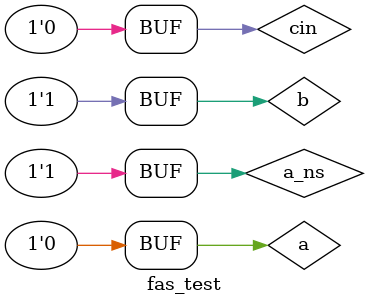
<source format=sv>
module fas_test;

// Put your code here
// ------------------
	 logic a;          // Input bit a
     logic b;           // Input bit b
     logic cin;         // Carry in
     logic a_ns;        // A_nS (add/not subtract) control
     logic s;        // Output S
     logic cout;        // Carry out
	
	fas #(
	
	)fas_gate(
		.a(a),
		.b(b),
		.cin(cin),
		.a_ns(a_ns),
		.s(s),
		.cout(cout)
	);
	initial begin
			
		a = 0;
		b = 1;
		cin = 0;
		a_ns = 1;
			
		
		#33;
		
		a = 1;
		b =1;
		cin = 0;
		a_ns = 1;
		
		#33;
		
		a = 0;
		b =1;
		cin = 0;
		a_ns = 1;
		
	
    end
	
// End of your code

endmodule

</source>
